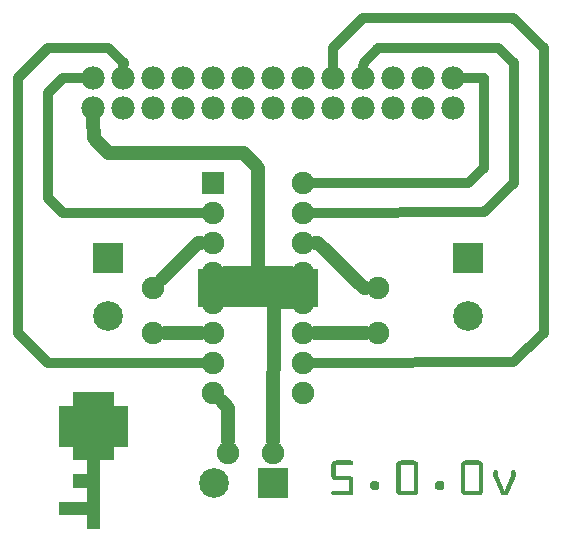
<source format=gbl>
G04 MADE WITH FRITZING*
G04 WWW.FRITZING.ORG*
G04 DOUBLE SIDED*
G04 HOLES PLATED*
G04 CONTOUR ON CENTER OF CONTOUR VECTOR*
%ASAXBY*%
%FSLAX23Y23*%
%MOIN*%
%OFA0B0*%
%SFA1.0B1.0*%
%ADD10C,0.075000*%
%ADD11C,0.078000*%
%ADD12C,0.075433*%
%ADD13C,0.099055*%
%ADD14R,0.075000X0.075000*%
%ADD15R,0.400000X0.129630*%
%ADD16R,0.099055X0.099055*%
%ADD17C,0.024000*%
%ADD18C,0.032000*%
%ADD19C,0.048000*%
%ADD20R,0.001000X0.001000*%
%LNCOPPER0*%
G90*
G70*
G54D10*
X717Y1220D03*
X1017Y1220D03*
X717Y1120D03*
X1017Y1120D03*
X717Y1020D03*
X1017Y1020D03*
X717Y920D03*
X1017Y920D03*
X717Y820D03*
X1017Y820D03*
X717Y720D03*
X1017Y720D03*
X717Y620D03*
X1017Y620D03*
X717Y520D03*
X1017Y520D03*
G54D11*
X317Y1470D03*
X417Y1470D03*
X517Y1470D03*
X617Y1470D03*
X717Y1470D03*
X817Y1470D03*
X917Y1470D03*
X1017Y1470D03*
X1117Y1470D03*
X1217Y1470D03*
X1317Y1470D03*
X1417Y1470D03*
X1517Y1470D03*
X317Y1470D03*
X417Y1470D03*
X517Y1470D03*
X617Y1470D03*
X717Y1470D03*
X817Y1470D03*
X917Y1470D03*
X1017Y1470D03*
X1117Y1470D03*
X1217Y1470D03*
X1317Y1470D03*
X1417Y1470D03*
X1517Y1470D03*
X1517Y1570D03*
X1417Y1570D03*
X1317Y1570D03*
X1217Y1570D03*
X1117Y1570D03*
X1017Y1570D03*
X917Y1570D03*
X817Y1570D03*
X717Y1570D03*
X617Y1570D03*
X517Y1570D03*
X417Y1570D03*
X317Y1570D03*
G54D12*
X1267Y870D03*
X1267Y720D03*
X517Y870D03*
X517Y720D03*
X767Y320D03*
X917Y320D03*
G54D13*
X1567Y970D03*
X1567Y774D03*
X1567Y970D03*
X1567Y774D03*
X367Y970D03*
X367Y774D03*
X367Y970D03*
X367Y774D03*
X917Y220D03*
X720Y220D03*
X917Y220D03*
X720Y220D03*
G54D14*
X717Y1220D03*
G54D15*
X867Y870D03*
G54D16*
X1567Y970D03*
X1567Y970D03*
X367Y970D03*
X367Y970D03*
X917Y220D03*
X917Y220D03*
G54D17*
X717Y849D02*
X717Y892D01*
G54D18*
D02*
X215Y1570D02*
X281Y1570D01*
D02*
X167Y1519D02*
X215Y1570D01*
D02*
X167Y1170D02*
X167Y1519D01*
D02*
X215Y1119D02*
X167Y1170D01*
D02*
X683Y1120D02*
X215Y1119D01*
G54D19*
D02*
X1219Y870D02*
X1067Y1019D01*
D02*
X1067Y1019D02*
X1056Y1019D01*
D02*
X1227Y870D02*
X1219Y870D01*
D02*
X667Y1019D02*
X677Y1019D01*
D02*
X545Y898D02*
X667Y1019D01*
D02*
X557Y720D02*
X677Y720D01*
D02*
X767Y470D02*
X767Y360D01*
D02*
X745Y492D02*
X767Y470D01*
G54D17*
D02*
X988Y820D02*
X745Y820D01*
G54D19*
D02*
X977Y821D02*
X919Y822D01*
D02*
X919Y822D02*
X917Y360D01*
G54D18*
D02*
X1719Y1619D02*
X1667Y1670D01*
D02*
X1667Y1670D02*
X1267Y1670D01*
D02*
X1719Y1219D02*
X1719Y1619D01*
D02*
X1267Y1670D02*
X1219Y1619D01*
D02*
X1619Y1122D02*
X1719Y1219D01*
D02*
X1219Y1619D02*
X1218Y1606D01*
D02*
X1051Y1120D02*
X1619Y1122D01*
G54D19*
D02*
X1227Y720D02*
X1056Y720D01*
D02*
X317Y1429D02*
X319Y1370D01*
D02*
X319Y1370D02*
X367Y1319D01*
D02*
X367Y1319D02*
X819Y1319D01*
D02*
X819Y1319D02*
X867Y1270D01*
D02*
X867Y1270D02*
X867Y920D01*
D02*
X867Y920D02*
X756Y920D01*
D02*
X756Y920D02*
X977Y920D01*
G54D17*
D02*
X1017Y892D02*
X1017Y849D01*
G54D18*
D02*
X1715Y622D02*
X1819Y719D01*
D02*
X1819Y719D02*
X1819Y1670D01*
D02*
X1051Y620D02*
X1715Y622D01*
D02*
X1819Y1670D02*
X1715Y1770D01*
D02*
X1715Y1770D02*
X1215Y1770D01*
D02*
X1215Y1770D02*
X1115Y1670D01*
D02*
X1115Y1670D02*
X1116Y1606D01*
D02*
X167Y619D02*
X67Y719D01*
D02*
X67Y719D02*
X67Y1570D01*
D02*
X683Y620D02*
X167Y619D01*
D02*
X67Y1570D02*
X167Y1670D01*
D02*
X167Y1670D02*
X367Y1670D01*
D02*
X367Y1670D02*
X419Y1619D01*
D02*
X419Y1619D02*
X418Y1606D01*
D02*
X1619Y1570D02*
X1619Y1270D01*
D02*
X1619Y1270D02*
X1567Y1219D01*
D02*
X1552Y1570D02*
X1619Y1570D01*
D02*
X1567Y1219D02*
X1051Y1220D01*
G36*
X386Y523D02*
X386Y477D01*
X433Y477D01*
X433Y340D01*
X386Y340D01*
X387Y294D01*
X341Y294D01*
X341Y65D01*
X295Y65D01*
X295Y111D01*
X204Y111D01*
X204Y157D01*
X295Y157D01*
X295Y202D01*
X250Y202D01*
X250Y248D01*
X295Y248D01*
X295Y294D01*
X250Y294D01*
X250Y340D01*
X204Y340D01*
X204Y477D01*
X250Y477D01*
X250Y523D01*
X386Y523D01*
G37*
D02*
G54D20*
X1126Y294D02*
X1177Y294D01*
X1342Y294D02*
X1386Y294D01*
X1558Y294D02*
X1602Y294D01*
X1121Y293D02*
X1180Y293D01*
X1337Y293D02*
X1391Y293D01*
X1553Y293D02*
X1607Y293D01*
X1119Y292D02*
X1182Y292D01*
X1335Y292D02*
X1393Y292D01*
X1551Y292D02*
X1609Y292D01*
X1117Y291D02*
X1183Y291D01*
X1333Y291D02*
X1394Y291D01*
X1550Y291D02*
X1610Y291D01*
X1116Y290D02*
X1183Y290D01*
X1332Y290D02*
X1395Y290D01*
X1548Y290D02*
X1612Y290D01*
X1115Y289D02*
X1184Y289D01*
X1331Y289D02*
X1396Y289D01*
X1547Y289D02*
X1613Y289D01*
X1114Y288D02*
X1184Y288D01*
X1330Y288D02*
X1397Y288D01*
X1546Y288D02*
X1614Y288D01*
X1113Y287D02*
X1184Y287D01*
X1329Y287D02*
X1398Y287D01*
X1546Y287D02*
X1614Y287D01*
X1113Y286D02*
X1184Y286D01*
X1329Y286D02*
X1399Y286D01*
X1545Y286D02*
X1615Y286D01*
X1112Y285D02*
X1184Y285D01*
X1328Y285D02*
X1399Y285D01*
X1545Y285D02*
X1615Y285D01*
X1112Y284D02*
X1184Y284D01*
X1328Y284D02*
X1400Y284D01*
X1544Y284D02*
X1616Y284D01*
X1111Y283D02*
X1183Y283D01*
X1328Y283D02*
X1400Y283D01*
X1544Y283D02*
X1616Y283D01*
X1111Y282D02*
X1183Y282D01*
X1327Y282D02*
X1400Y282D01*
X1544Y282D02*
X1616Y282D01*
X1111Y281D02*
X1182Y281D01*
X1327Y281D02*
X1400Y281D01*
X1543Y281D02*
X1617Y281D01*
X1111Y280D02*
X1181Y280D01*
X1327Y280D02*
X1400Y280D01*
X1543Y280D02*
X1617Y280D01*
X1111Y279D02*
X1178Y279D01*
X1327Y279D02*
X1400Y279D01*
X1543Y279D02*
X1617Y279D01*
X1111Y278D02*
X1125Y278D01*
X1327Y278D02*
X1341Y278D01*
X1386Y278D02*
X1400Y278D01*
X1543Y278D02*
X1557Y278D01*
X1603Y278D02*
X1617Y278D01*
X1111Y277D02*
X1125Y277D01*
X1327Y277D02*
X1341Y277D01*
X1386Y277D02*
X1400Y277D01*
X1543Y277D02*
X1557Y277D01*
X1603Y277D02*
X1617Y277D01*
X1111Y276D02*
X1125Y276D01*
X1327Y276D02*
X1341Y276D01*
X1386Y276D02*
X1400Y276D01*
X1543Y276D02*
X1557Y276D01*
X1603Y276D02*
X1617Y276D01*
X1111Y275D02*
X1125Y275D01*
X1327Y275D02*
X1341Y275D01*
X1386Y275D02*
X1400Y275D01*
X1543Y275D02*
X1557Y275D01*
X1603Y275D02*
X1617Y275D01*
X1111Y274D02*
X1125Y274D01*
X1327Y274D02*
X1341Y274D01*
X1386Y274D02*
X1400Y274D01*
X1543Y274D02*
X1557Y274D01*
X1603Y274D02*
X1617Y274D01*
X1111Y273D02*
X1125Y273D01*
X1327Y273D02*
X1341Y273D01*
X1386Y273D02*
X1400Y273D01*
X1543Y273D02*
X1557Y273D01*
X1603Y273D02*
X1617Y273D01*
X1111Y272D02*
X1125Y272D01*
X1327Y272D02*
X1341Y272D01*
X1386Y272D02*
X1400Y272D01*
X1543Y272D02*
X1557Y272D01*
X1603Y272D02*
X1617Y272D01*
X1111Y271D02*
X1125Y271D01*
X1327Y271D02*
X1341Y271D01*
X1386Y271D02*
X1400Y271D01*
X1543Y271D02*
X1557Y271D01*
X1603Y271D02*
X1617Y271D01*
X1111Y270D02*
X1125Y270D01*
X1327Y270D02*
X1341Y270D01*
X1386Y270D02*
X1400Y270D01*
X1543Y270D02*
X1557Y270D01*
X1603Y270D02*
X1617Y270D01*
X1111Y269D02*
X1125Y269D01*
X1327Y269D02*
X1341Y269D01*
X1386Y269D02*
X1400Y269D01*
X1543Y269D02*
X1557Y269D01*
X1603Y269D02*
X1617Y269D01*
X1111Y268D02*
X1125Y268D01*
X1327Y268D02*
X1341Y268D01*
X1386Y268D02*
X1400Y268D01*
X1543Y268D02*
X1557Y268D01*
X1603Y268D02*
X1617Y268D01*
X1111Y267D02*
X1125Y267D01*
X1327Y267D02*
X1341Y267D01*
X1386Y267D02*
X1400Y267D01*
X1543Y267D02*
X1557Y267D01*
X1603Y267D02*
X1617Y267D01*
X1111Y266D02*
X1125Y266D01*
X1327Y266D02*
X1341Y266D01*
X1386Y266D02*
X1400Y266D01*
X1543Y266D02*
X1557Y266D01*
X1603Y266D02*
X1617Y266D01*
X1111Y265D02*
X1125Y265D01*
X1327Y265D02*
X1341Y265D01*
X1386Y265D02*
X1400Y265D01*
X1543Y265D02*
X1557Y265D01*
X1603Y265D02*
X1617Y265D01*
X1111Y264D02*
X1125Y264D01*
X1327Y264D02*
X1341Y264D01*
X1386Y264D02*
X1400Y264D01*
X1543Y264D02*
X1557Y264D01*
X1603Y264D02*
X1617Y264D01*
X1111Y263D02*
X1125Y263D01*
X1327Y263D02*
X1341Y263D01*
X1386Y263D02*
X1400Y263D01*
X1543Y263D02*
X1557Y263D01*
X1603Y263D02*
X1617Y263D01*
X1111Y262D02*
X1125Y262D01*
X1327Y262D02*
X1341Y262D01*
X1386Y262D02*
X1400Y262D01*
X1543Y262D02*
X1557Y262D01*
X1603Y262D02*
X1617Y262D01*
X1657Y262D02*
X1660Y262D01*
X1716Y262D02*
X1720Y262D01*
X1111Y261D02*
X1125Y261D01*
X1327Y261D02*
X1341Y261D01*
X1386Y261D02*
X1400Y261D01*
X1543Y261D02*
X1557Y261D01*
X1603Y261D02*
X1617Y261D01*
X1655Y261D02*
X1662Y261D01*
X1714Y261D02*
X1722Y261D01*
X1111Y260D02*
X1125Y260D01*
X1327Y260D02*
X1341Y260D01*
X1386Y260D02*
X1400Y260D01*
X1543Y260D02*
X1557Y260D01*
X1603Y260D02*
X1617Y260D01*
X1654Y260D02*
X1663Y260D01*
X1713Y260D02*
X1723Y260D01*
X1111Y259D02*
X1125Y259D01*
X1327Y259D02*
X1341Y259D01*
X1386Y259D02*
X1400Y259D01*
X1543Y259D02*
X1557Y259D01*
X1603Y259D02*
X1617Y259D01*
X1653Y259D02*
X1664Y259D01*
X1712Y259D02*
X1724Y259D01*
X1111Y258D02*
X1125Y258D01*
X1327Y258D02*
X1341Y258D01*
X1386Y258D02*
X1400Y258D01*
X1543Y258D02*
X1557Y258D01*
X1603Y258D02*
X1617Y258D01*
X1652Y258D02*
X1665Y258D01*
X1712Y258D02*
X1724Y258D01*
X1111Y257D02*
X1125Y257D01*
X1327Y257D02*
X1341Y257D01*
X1386Y257D02*
X1400Y257D01*
X1543Y257D02*
X1557Y257D01*
X1603Y257D02*
X1617Y257D01*
X1652Y257D02*
X1665Y257D01*
X1711Y257D02*
X1724Y257D01*
X1111Y256D02*
X1125Y256D01*
X1327Y256D02*
X1341Y256D01*
X1386Y256D02*
X1400Y256D01*
X1543Y256D02*
X1557Y256D01*
X1603Y256D02*
X1617Y256D01*
X1651Y256D02*
X1665Y256D01*
X1711Y256D02*
X1725Y256D01*
X1111Y255D02*
X1125Y255D01*
X1327Y255D02*
X1341Y255D01*
X1386Y255D02*
X1400Y255D01*
X1543Y255D02*
X1557Y255D01*
X1603Y255D02*
X1617Y255D01*
X1651Y255D02*
X1665Y255D01*
X1711Y255D02*
X1725Y255D01*
X1111Y254D02*
X1125Y254D01*
X1327Y254D02*
X1341Y254D01*
X1386Y254D02*
X1400Y254D01*
X1543Y254D02*
X1557Y254D01*
X1603Y254D02*
X1617Y254D01*
X1651Y254D02*
X1665Y254D01*
X1711Y254D02*
X1725Y254D01*
X1111Y253D02*
X1125Y253D01*
X1327Y253D02*
X1341Y253D01*
X1386Y253D02*
X1400Y253D01*
X1543Y253D02*
X1557Y253D01*
X1603Y253D02*
X1617Y253D01*
X1651Y253D02*
X1665Y253D01*
X1711Y253D02*
X1725Y253D01*
X1111Y252D02*
X1125Y252D01*
X1327Y252D02*
X1341Y252D01*
X1386Y252D02*
X1400Y252D01*
X1543Y252D02*
X1557Y252D01*
X1603Y252D02*
X1617Y252D01*
X1651Y252D02*
X1665Y252D01*
X1711Y252D02*
X1725Y252D01*
X1111Y251D02*
X1125Y251D01*
X1327Y251D02*
X1341Y251D01*
X1386Y251D02*
X1400Y251D01*
X1543Y251D02*
X1557Y251D01*
X1603Y251D02*
X1617Y251D01*
X1651Y251D02*
X1665Y251D01*
X1711Y251D02*
X1725Y251D01*
X1111Y250D02*
X1125Y250D01*
X1327Y250D02*
X1341Y250D01*
X1386Y250D02*
X1400Y250D01*
X1543Y250D02*
X1557Y250D01*
X1603Y250D02*
X1617Y250D01*
X1651Y250D02*
X1665Y250D01*
X1711Y250D02*
X1725Y250D01*
X1111Y249D02*
X1125Y249D01*
X1327Y249D02*
X1341Y249D01*
X1386Y249D02*
X1400Y249D01*
X1543Y249D02*
X1557Y249D01*
X1603Y249D02*
X1617Y249D01*
X1651Y249D02*
X1665Y249D01*
X1711Y249D02*
X1725Y249D01*
X1111Y248D02*
X1125Y248D01*
X1327Y248D02*
X1341Y248D01*
X1386Y248D02*
X1400Y248D01*
X1543Y248D02*
X1557Y248D01*
X1603Y248D02*
X1617Y248D01*
X1651Y248D02*
X1665Y248D01*
X1711Y248D02*
X1725Y248D01*
X1111Y247D02*
X1125Y247D01*
X1327Y247D02*
X1341Y247D01*
X1386Y247D02*
X1400Y247D01*
X1543Y247D02*
X1557Y247D01*
X1603Y247D02*
X1617Y247D01*
X1651Y247D02*
X1665Y247D01*
X1711Y247D02*
X1725Y247D01*
X1111Y246D02*
X1125Y246D01*
X1327Y246D02*
X1341Y246D01*
X1386Y246D02*
X1400Y246D01*
X1543Y246D02*
X1557Y246D01*
X1603Y246D02*
X1617Y246D01*
X1651Y246D02*
X1665Y246D01*
X1711Y246D02*
X1725Y246D01*
X1111Y245D02*
X1125Y245D01*
X1327Y245D02*
X1341Y245D01*
X1386Y245D02*
X1400Y245D01*
X1543Y245D02*
X1557Y245D01*
X1603Y245D02*
X1617Y245D01*
X1651Y245D02*
X1665Y245D01*
X1711Y245D02*
X1725Y245D01*
X1111Y244D02*
X1125Y244D01*
X1327Y244D02*
X1341Y244D01*
X1386Y244D02*
X1400Y244D01*
X1543Y244D02*
X1557Y244D01*
X1603Y244D02*
X1617Y244D01*
X1651Y244D02*
X1665Y244D01*
X1711Y244D02*
X1725Y244D01*
X1111Y243D02*
X1171Y243D01*
X1327Y243D02*
X1341Y243D01*
X1386Y243D02*
X1400Y243D01*
X1543Y243D02*
X1557Y243D01*
X1603Y243D02*
X1617Y243D01*
X1651Y243D02*
X1666Y243D01*
X1710Y243D02*
X1725Y243D01*
X1111Y242D02*
X1175Y242D01*
X1327Y242D02*
X1341Y242D01*
X1386Y242D02*
X1400Y242D01*
X1543Y242D02*
X1557Y242D01*
X1603Y242D02*
X1617Y242D01*
X1651Y242D02*
X1666Y242D01*
X1710Y242D02*
X1725Y242D01*
X1111Y241D02*
X1177Y241D01*
X1327Y241D02*
X1341Y241D01*
X1386Y241D02*
X1400Y241D01*
X1543Y241D02*
X1557Y241D01*
X1603Y241D02*
X1617Y241D01*
X1651Y241D02*
X1667Y241D01*
X1710Y241D02*
X1725Y241D01*
X1111Y240D02*
X1178Y240D01*
X1327Y240D02*
X1341Y240D01*
X1386Y240D02*
X1400Y240D01*
X1543Y240D02*
X1557Y240D01*
X1603Y240D02*
X1617Y240D01*
X1652Y240D02*
X1667Y240D01*
X1709Y240D02*
X1725Y240D01*
X1111Y239D02*
X1179Y239D01*
X1327Y239D02*
X1341Y239D01*
X1386Y239D02*
X1400Y239D01*
X1543Y239D02*
X1557Y239D01*
X1603Y239D02*
X1617Y239D01*
X1652Y239D02*
X1668Y239D01*
X1709Y239D02*
X1724Y239D01*
X1112Y238D02*
X1180Y238D01*
X1327Y238D02*
X1341Y238D01*
X1386Y238D02*
X1400Y238D01*
X1543Y238D02*
X1557Y238D01*
X1603Y238D02*
X1617Y238D01*
X1653Y238D02*
X1668Y238D01*
X1708Y238D02*
X1724Y238D01*
X1112Y237D02*
X1181Y237D01*
X1327Y237D02*
X1341Y237D01*
X1386Y237D02*
X1400Y237D01*
X1543Y237D02*
X1557Y237D01*
X1603Y237D02*
X1617Y237D01*
X1653Y237D02*
X1668Y237D01*
X1708Y237D02*
X1723Y237D01*
X1113Y236D02*
X1182Y236D01*
X1327Y236D02*
X1341Y236D01*
X1386Y236D02*
X1400Y236D01*
X1543Y236D02*
X1557Y236D01*
X1603Y236D02*
X1617Y236D01*
X1653Y236D02*
X1669Y236D01*
X1707Y236D02*
X1723Y236D01*
X1113Y235D02*
X1182Y235D01*
X1327Y235D02*
X1341Y235D01*
X1386Y235D02*
X1400Y235D01*
X1543Y235D02*
X1557Y235D01*
X1603Y235D02*
X1617Y235D01*
X1654Y235D02*
X1669Y235D01*
X1707Y235D02*
X1723Y235D01*
X1114Y234D02*
X1183Y234D01*
X1327Y234D02*
X1341Y234D01*
X1386Y234D02*
X1400Y234D01*
X1543Y234D02*
X1557Y234D01*
X1603Y234D02*
X1617Y234D01*
X1654Y234D02*
X1670Y234D01*
X1707Y234D02*
X1722Y234D01*
X1115Y233D02*
X1183Y233D01*
X1327Y233D02*
X1341Y233D01*
X1386Y233D02*
X1400Y233D01*
X1543Y233D02*
X1557Y233D01*
X1603Y233D02*
X1617Y233D01*
X1655Y233D02*
X1670Y233D01*
X1706Y233D02*
X1722Y233D01*
X1116Y232D02*
X1184Y232D01*
X1327Y232D02*
X1341Y232D01*
X1386Y232D02*
X1400Y232D01*
X1543Y232D02*
X1557Y232D01*
X1603Y232D02*
X1617Y232D01*
X1655Y232D02*
X1671Y232D01*
X1706Y232D02*
X1721Y232D01*
X1117Y231D02*
X1184Y231D01*
X1327Y231D02*
X1341Y231D01*
X1386Y231D02*
X1400Y231D01*
X1543Y231D02*
X1557Y231D01*
X1603Y231D02*
X1617Y231D01*
X1656Y231D02*
X1671Y231D01*
X1705Y231D02*
X1721Y231D01*
X1119Y230D02*
X1184Y230D01*
X1327Y230D02*
X1341Y230D01*
X1386Y230D02*
X1400Y230D01*
X1543Y230D02*
X1557Y230D01*
X1603Y230D02*
X1617Y230D01*
X1656Y230D02*
X1671Y230D01*
X1705Y230D02*
X1720Y230D01*
X1121Y229D02*
X1184Y229D01*
X1327Y229D02*
X1341Y229D01*
X1386Y229D02*
X1400Y229D01*
X1543Y229D02*
X1557Y229D01*
X1603Y229D02*
X1617Y229D01*
X1656Y229D02*
X1672Y229D01*
X1704Y229D02*
X1720Y229D01*
X1170Y228D02*
X1184Y228D01*
X1327Y228D02*
X1341Y228D01*
X1386Y228D02*
X1400Y228D01*
X1543Y228D02*
X1557Y228D01*
X1603Y228D02*
X1617Y228D01*
X1657Y228D02*
X1672Y228D01*
X1704Y228D02*
X1719Y228D01*
X1170Y227D02*
X1184Y227D01*
X1327Y227D02*
X1341Y227D01*
X1386Y227D02*
X1400Y227D01*
X1543Y227D02*
X1557Y227D01*
X1603Y227D02*
X1617Y227D01*
X1657Y227D02*
X1673Y227D01*
X1704Y227D02*
X1719Y227D01*
X1170Y226D02*
X1184Y226D01*
X1327Y226D02*
X1341Y226D01*
X1386Y226D02*
X1400Y226D01*
X1543Y226D02*
X1557Y226D01*
X1603Y226D02*
X1617Y226D01*
X1658Y226D02*
X1673Y226D01*
X1703Y226D02*
X1719Y226D01*
X1170Y225D02*
X1184Y225D01*
X1327Y225D02*
X1341Y225D01*
X1386Y225D02*
X1400Y225D01*
X1543Y225D02*
X1557Y225D01*
X1603Y225D02*
X1617Y225D01*
X1658Y225D02*
X1674Y225D01*
X1703Y225D02*
X1718Y225D01*
X1170Y224D02*
X1184Y224D01*
X1247Y224D02*
X1264Y224D01*
X1327Y224D02*
X1341Y224D01*
X1386Y224D02*
X1400Y224D01*
X1463Y224D02*
X1481Y224D01*
X1543Y224D02*
X1557Y224D01*
X1603Y224D02*
X1617Y224D01*
X1659Y224D02*
X1674Y224D01*
X1702Y224D02*
X1718Y224D01*
X1170Y223D02*
X1184Y223D01*
X1245Y223D02*
X1267Y223D01*
X1327Y223D02*
X1341Y223D01*
X1386Y223D02*
X1400Y223D01*
X1461Y223D02*
X1483Y223D01*
X1543Y223D02*
X1557Y223D01*
X1603Y223D02*
X1617Y223D01*
X1659Y223D02*
X1675Y223D01*
X1702Y223D02*
X1717Y223D01*
X1170Y222D02*
X1184Y222D01*
X1243Y222D02*
X1268Y222D01*
X1327Y222D02*
X1341Y222D01*
X1386Y222D02*
X1400Y222D01*
X1460Y222D02*
X1484Y222D01*
X1543Y222D02*
X1557Y222D01*
X1603Y222D02*
X1617Y222D01*
X1660Y222D02*
X1675Y222D01*
X1701Y222D02*
X1717Y222D01*
X1170Y221D02*
X1184Y221D01*
X1243Y221D02*
X1269Y221D01*
X1327Y221D02*
X1341Y221D01*
X1386Y221D02*
X1400Y221D01*
X1459Y221D02*
X1485Y221D01*
X1543Y221D02*
X1557Y221D01*
X1603Y221D02*
X1617Y221D01*
X1660Y221D02*
X1675Y221D01*
X1701Y221D02*
X1716Y221D01*
X1170Y220D02*
X1184Y220D01*
X1242Y220D02*
X1269Y220D01*
X1327Y220D02*
X1341Y220D01*
X1386Y220D02*
X1400Y220D01*
X1458Y220D02*
X1486Y220D01*
X1543Y220D02*
X1557Y220D01*
X1603Y220D02*
X1617Y220D01*
X1660Y220D02*
X1676Y220D01*
X1700Y220D02*
X1716Y220D01*
X1170Y219D02*
X1184Y219D01*
X1242Y219D02*
X1270Y219D01*
X1327Y219D02*
X1341Y219D01*
X1386Y219D02*
X1400Y219D01*
X1458Y219D02*
X1486Y219D01*
X1543Y219D02*
X1557Y219D01*
X1603Y219D02*
X1617Y219D01*
X1661Y219D02*
X1676Y219D01*
X1700Y219D02*
X1716Y219D01*
X1170Y218D02*
X1184Y218D01*
X1241Y218D02*
X1270Y218D01*
X1327Y218D02*
X1341Y218D01*
X1386Y218D02*
X1400Y218D01*
X1458Y218D02*
X1486Y218D01*
X1543Y218D02*
X1557Y218D01*
X1603Y218D02*
X1617Y218D01*
X1661Y218D02*
X1677Y218D01*
X1700Y218D02*
X1715Y218D01*
X1170Y217D02*
X1184Y217D01*
X1241Y217D02*
X1270Y217D01*
X1327Y217D02*
X1341Y217D01*
X1386Y217D02*
X1400Y217D01*
X1457Y217D02*
X1486Y217D01*
X1543Y217D02*
X1557Y217D01*
X1603Y217D02*
X1617Y217D01*
X1662Y217D02*
X1677Y217D01*
X1699Y217D02*
X1715Y217D01*
X1170Y216D02*
X1184Y216D01*
X1241Y216D02*
X1270Y216D01*
X1327Y216D02*
X1341Y216D01*
X1386Y216D02*
X1400Y216D01*
X1457Y216D02*
X1486Y216D01*
X1543Y216D02*
X1557Y216D01*
X1603Y216D02*
X1617Y216D01*
X1662Y216D02*
X1678Y216D01*
X1699Y216D02*
X1714Y216D01*
X1170Y215D02*
X1184Y215D01*
X1241Y215D02*
X1270Y215D01*
X1327Y215D02*
X1341Y215D01*
X1386Y215D02*
X1400Y215D01*
X1457Y215D02*
X1486Y215D01*
X1543Y215D02*
X1557Y215D01*
X1603Y215D02*
X1617Y215D01*
X1663Y215D02*
X1678Y215D01*
X1698Y215D02*
X1714Y215D01*
X1170Y214D02*
X1184Y214D01*
X1241Y214D02*
X1270Y214D01*
X1327Y214D02*
X1341Y214D01*
X1386Y214D02*
X1400Y214D01*
X1457Y214D02*
X1486Y214D01*
X1543Y214D02*
X1557Y214D01*
X1603Y214D02*
X1617Y214D01*
X1663Y214D02*
X1678Y214D01*
X1698Y214D02*
X1713Y214D01*
X1170Y213D02*
X1184Y213D01*
X1241Y213D02*
X1270Y213D01*
X1327Y213D02*
X1341Y213D01*
X1386Y213D02*
X1400Y213D01*
X1457Y213D02*
X1486Y213D01*
X1543Y213D02*
X1557Y213D01*
X1603Y213D02*
X1617Y213D01*
X1663Y213D02*
X1679Y213D01*
X1697Y213D02*
X1713Y213D01*
X1170Y212D02*
X1184Y212D01*
X1241Y212D02*
X1270Y212D01*
X1327Y212D02*
X1341Y212D01*
X1386Y212D02*
X1400Y212D01*
X1457Y212D02*
X1486Y212D01*
X1543Y212D02*
X1557Y212D01*
X1603Y212D02*
X1617Y212D01*
X1664Y212D02*
X1679Y212D01*
X1697Y212D02*
X1712Y212D01*
X1170Y211D02*
X1184Y211D01*
X1241Y211D02*
X1270Y211D01*
X1327Y211D02*
X1341Y211D01*
X1386Y211D02*
X1400Y211D01*
X1457Y211D02*
X1486Y211D01*
X1543Y211D02*
X1557Y211D01*
X1603Y211D02*
X1617Y211D01*
X1664Y211D02*
X1680Y211D01*
X1697Y211D02*
X1712Y211D01*
X1170Y210D02*
X1184Y210D01*
X1241Y210D02*
X1270Y210D01*
X1327Y210D02*
X1341Y210D01*
X1386Y210D02*
X1400Y210D01*
X1457Y210D02*
X1486Y210D01*
X1543Y210D02*
X1557Y210D01*
X1603Y210D02*
X1617Y210D01*
X1665Y210D02*
X1680Y210D01*
X1696Y210D02*
X1712Y210D01*
X1170Y209D02*
X1184Y209D01*
X1241Y209D02*
X1270Y209D01*
X1327Y209D02*
X1341Y209D01*
X1386Y209D02*
X1400Y209D01*
X1457Y209D02*
X1486Y209D01*
X1543Y209D02*
X1557Y209D01*
X1603Y209D02*
X1617Y209D01*
X1665Y209D02*
X1681Y209D01*
X1696Y209D02*
X1711Y209D01*
X1170Y208D02*
X1184Y208D01*
X1241Y208D02*
X1270Y208D01*
X1327Y208D02*
X1341Y208D01*
X1386Y208D02*
X1400Y208D01*
X1457Y208D02*
X1486Y208D01*
X1543Y208D02*
X1557Y208D01*
X1603Y208D02*
X1617Y208D01*
X1666Y208D02*
X1681Y208D01*
X1695Y208D02*
X1711Y208D01*
X1170Y207D02*
X1184Y207D01*
X1241Y207D02*
X1270Y207D01*
X1327Y207D02*
X1341Y207D01*
X1386Y207D02*
X1400Y207D01*
X1457Y207D02*
X1486Y207D01*
X1543Y207D02*
X1557Y207D01*
X1603Y207D02*
X1617Y207D01*
X1666Y207D02*
X1682Y207D01*
X1695Y207D02*
X1710Y207D01*
X1170Y206D02*
X1184Y206D01*
X1241Y206D02*
X1270Y206D01*
X1327Y206D02*
X1341Y206D01*
X1386Y206D02*
X1400Y206D01*
X1457Y206D02*
X1486Y206D01*
X1543Y206D02*
X1557Y206D01*
X1603Y206D02*
X1617Y206D01*
X1667Y206D02*
X1682Y206D01*
X1694Y206D02*
X1710Y206D01*
X1170Y205D02*
X1184Y205D01*
X1241Y205D02*
X1270Y205D01*
X1327Y205D02*
X1341Y205D01*
X1386Y205D02*
X1400Y205D01*
X1457Y205D02*
X1486Y205D01*
X1543Y205D02*
X1557Y205D01*
X1603Y205D02*
X1617Y205D01*
X1667Y205D02*
X1682Y205D01*
X1694Y205D02*
X1709Y205D01*
X1170Y204D02*
X1184Y204D01*
X1241Y204D02*
X1270Y204D01*
X1327Y204D02*
X1341Y204D01*
X1386Y204D02*
X1400Y204D01*
X1457Y204D02*
X1486Y204D01*
X1543Y204D02*
X1557Y204D01*
X1603Y204D02*
X1617Y204D01*
X1667Y204D02*
X1683Y204D01*
X1694Y204D02*
X1709Y204D01*
X1170Y203D02*
X1184Y203D01*
X1241Y203D02*
X1270Y203D01*
X1327Y203D02*
X1341Y203D01*
X1386Y203D02*
X1400Y203D01*
X1457Y203D02*
X1486Y203D01*
X1543Y203D02*
X1557Y203D01*
X1603Y203D02*
X1617Y203D01*
X1668Y203D02*
X1683Y203D01*
X1693Y203D02*
X1709Y203D01*
X1170Y202D02*
X1184Y202D01*
X1241Y202D02*
X1270Y202D01*
X1327Y202D02*
X1341Y202D01*
X1386Y202D02*
X1400Y202D01*
X1458Y202D02*
X1486Y202D01*
X1543Y202D02*
X1557Y202D01*
X1603Y202D02*
X1617Y202D01*
X1668Y202D02*
X1684Y202D01*
X1693Y202D02*
X1708Y202D01*
X1170Y201D02*
X1184Y201D01*
X1242Y201D02*
X1270Y201D01*
X1327Y201D02*
X1341Y201D01*
X1386Y201D02*
X1400Y201D01*
X1458Y201D02*
X1486Y201D01*
X1543Y201D02*
X1557Y201D01*
X1603Y201D02*
X1617Y201D01*
X1669Y201D02*
X1684Y201D01*
X1692Y201D02*
X1708Y201D01*
X1170Y200D02*
X1184Y200D01*
X1242Y200D02*
X1269Y200D01*
X1327Y200D02*
X1341Y200D01*
X1386Y200D02*
X1400Y200D01*
X1459Y200D02*
X1485Y200D01*
X1543Y200D02*
X1557Y200D01*
X1603Y200D02*
X1617Y200D01*
X1669Y200D02*
X1685Y200D01*
X1692Y200D02*
X1707Y200D01*
X1170Y199D02*
X1184Y199D01*
X1243Y199D02*
X1268Y199D01*
X1327Y199D02*
X1341Y199D01*
X1386Y199D02*
X1400Y199D01*
X1459Y199D02*
X1485Y199D01*
X1543Y199D02*
X1557Y199D01*
X1603Y199D02*
X1617Y199D01*
X1670Y199D02*
X1685Y199D01*
X1691Y199D02*
X1707Y199D01*
X1170Y198D02*
X1184Y198D01*
X1244Y198D02*
X1267Y198D01*
X1327Y198D02*
X1341Y198D01*
X1386Y198D02*
X1400Y198D01*
X1460Y198D02*
X1483Y198D01*
X1543Y198D02*
X1557Y198D01*
X1603Y198D02*
X1617Y198D01*
X1670Y198D02*
X1686Y198D01*
X1691Y198D02*
X1706Y198D01*
X1170Y197D02*
X1184Y197D01*
X1246Y197D02*
X1266Y197D01*
X1327Y197D02*
X1341Y197D01*
X1386Y197D02*
X1400Y197D01*
X1462Y197D02*
X1482Y197D01*
X1543Y197D02*
X1557Y197D01*
X1603Y197D02*
X1617Y197D01*
X1670Y197D02*
X1686Y197D01*
X1691Y197D02*
X1706Y197D01*
X1170Y196D02*
X1184Y196D01*
X1327Y196D02*
X1341Y196D01*
X1386Y196D02*
X1400Y196D01*
X1543Y196D02*
X1557Y196D01*
X1603Y196D02*
X1617Y196D01*
X1671Y196D02*
X1686Y196D01*
X1690Y196D02*
X1705Y196D01*
X1170Y195D02*
X1184Y195D01*
X1327Y195D02*
X1341Y195D01*
X1386Y195D02*
X1400Y195D01*
X1543Y195D02*
X1557Y195D01*
X1603Y195D02*
X1617Y195D01*
X1671Y195D02*
X1687Y195D01*
X1690Y195D02*
X1705Y195D01*
X1170Y194D02*
X1184Y194D01*
X1327Y194D02*
X1341Y194D01*
X1386Y194D02*
X1400Y194D01*
X1543Y194D02*
X1557Y194D01*
X1603Y194D02*
X1617Y194D01*
X1672Y194D02*
X1687Y194D01*
X1689Y194D02*
X1705Y194D01*
X1170Y193D02*
X1184Y193D01*
X1327Y193D02*
X1341Y193D01*
X1386Y193D02*
X1400Y193D01*
X1543Y193D02*
X1557Y193D01*
X1603Y193D02*
X1617Y193D01*
X1672Y193D02*
X1704Y193D01*
X1116Y192D02*
X1184Y192D01*
X1327Y192D02*
X1400Y192D01*
X1543Y192D02*
X1617Y192D01*
X1673Y192D02*
X1704Y192D01*
X1114Y191D02*
X1184Y191D01*
X1327Y191D02*
X1400Y191D01*
X1543Y191D02*
X1617Y191D01*
X1673Y191D02*
X1703Y191D01*
X1113Y190D02*
X1184Y190D01*
X1327Y190D02*
X1400Y190D01*
X1543Y190D02*
X1616Y190D01*
X1674Y190D02*
X1703Y190D01*
X1112Y189D02*
X1184Y189D01*
X1327Y189D02*
X1400Y189D01*
X1544Y189D02*
X1616Y189D01*
X1674Y189D02*
X1702Y189D01*
X1111Y188D02*
X1184Y188D01*
X1328Y188D02*
X1400Y188D01*
X1544Y188D02*
X1616Y188D01*
X1674Y188D02*
X1702Y188D01*
X1111Y187D02*
X1184Y187D01*
X1328Y187D02*
X1399Y187D01*
X1544Y187D02*
X1616Y187D01*
X1675Y187D02*
X1702Y187D01*
X1111Y186D02*
X1184Y186D01*
X1329Y186D02*
X1399Y186D01*
X1545Y186D02*
X1615Y186D01*
X1675Y186D02*
X1701Y186D01*
X1111Y185D02*
X1184Y185D01*
X1329Y185D02*
X1398Y185D01*
X1545Y185D02*
X1615Y185D01*
X1676Y185D02*
X1701Y185D01*
X1111Y184D02*
X1184Y184D01*
X1330Y184D02*
X1398Y184D01*
X1546Y184D02*
X1614Y184D01*
X1676Y184D02*
X1700Y184D01*
X1111Y183D02*
X1184Y183D01*
X1331Y183D02*
X1397Y183D01*
X1547Y183D02*
X1613Y183D01*
X1677Y183D02*
X1700Y183D01*
X1111Y182D02*
X1184Y182D01*
X1331Y182D02*
X1396Y182D01*
X1548Y182D02*
X1612Y182D01*
X1677Y182D02*
X1699Y182D01*
X1112Y181D02*
X1184Y181D01*
X1333Y181D02*
X1395Y181D01*
X1549Y181D02*
X1611Y181D01*
X1678Y181D02*
X1699Y181D01*
X1113Y180D02*
X1184Y180D01*
X1334Y180D02*
X1394Y180D01*
X1550Y180D02*
X1610Y180D01*
X1678Y180D02*
X1698Y180D01*
X1114Y179D02*
X1184Y179D01*
X1336Y179D02*
X1392Y179D01*
X1552Y179D02*
X1608Y179D01*
X1679Y179D02*
X1697Y179D01*
X1115Y178D02*
X1184Y178D01*
X1338Y178D02*
X1389Y178D01*
X1554Y178D02*
X1606Y178D01*
X1681Y178D02*
X1695Y178D01*
D02*
G04 End of Copper0*
M02*
</source>
